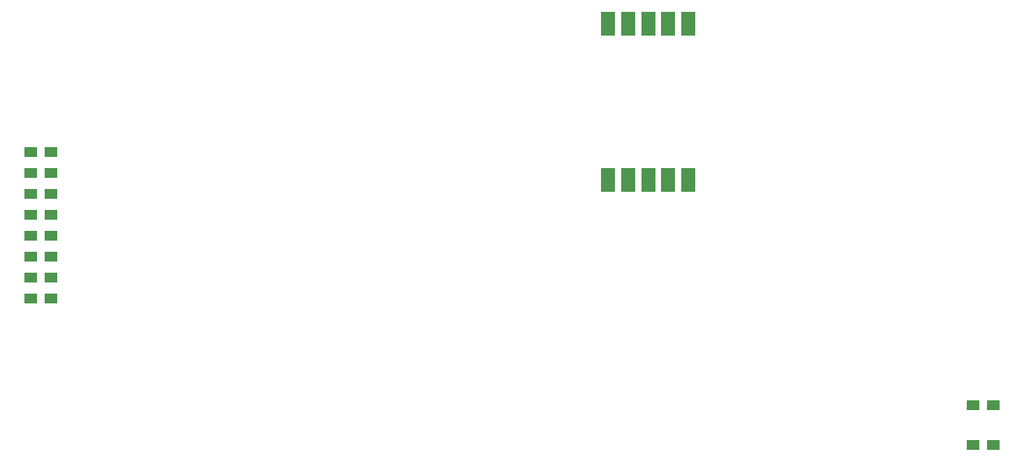
<source format=gtp>
G04 #@! TF.GenerationSoftware,KiCad,Pcbnew,5.0.0-rc2*
G04 #@! TF.CreationDate,2019-03-17T20:22:20-04:00*
G04 #@! TF.ProjectId,pcb,7063622E6B696361645F706362000000,rev?*
G04 #@! TF.SameCoordinates,Original*
G04 #@! TF.FileFunction,Paste,Top*
G04 #@! TF.FilePolarity,Positive*
%FSLAX46Y46*%
G04 Gerber Fmt 4.6, Leading zero omitted, Abs format (unit mm)*
G04 Created by KiCad (PCBNEW 5.0.0-rc2) date Sun Mar 17 20:22:20 2019*
%MOMM*%
%LPD*%
G01*
G04 APERTURE LIST*
%ADD10R,1.800000X3.000000*%
%ADD11R,1.500000X1.250000*%
G04 APERTURE END LIST*
D10*
G04 #@! TO.C,P1*
X275590000Y-113640000D03*
X273140000Y-113640000D03*
X270690000Y-113640000D03*
X278040000Y-113640000D03*
X280490000Y-113640000D03*
X280490000Y-94640000D03*
X278040000Y-94640000D03*
X275590000Y-94640000D03*
X273140000Y-94640000D03*
X270690000Y-94640000D03*
G04 #@! TD*
D11*
G04 #@! TO.C,R2*
X200680000Y-128016000D03*
X203180000Y-128016000D03*
G04 #@! TD*
G04 #@! TO.C,R3*
X200680000Y-125476000D03*
X203180000Y-125476000D03*
G04 #@! TD*
G04 #@! TO.C,R4*
X200680000Y-122936000D03*
X203180000Y-122936000D03*
G04 #@! TD*
G04 #@! TO.C,R5*
X203180000Y-120396000D03*
X200680000Y-120396000D03*
G04 #@! TD*
G04 #@! TO.C,R6*
X200680000Y-117856000D03*
X203180000Y-117856000D03*
G04 #@! TD*
G04 #@! TO.C,R7*
X203180000Y-115316000D03*
X200680000Y-115316000D03*
G04 #@! TD*
G04 #@! TO.C,R8*
X203180000Y-112776000D03*
X200680000Y-112776000D03*
G04 #@! TD*
G04 #@! TO.C,eR9*
X203180000Y-110236000D03*
X200680000Y-110236000D03*
G04 #@! TD*
G04 #@! TO.C,R10*
X314980000Y-140970000D03*
X317480000Y-140970000D03*
G04 #@! TD*
G04 #@! TO.C,R11*
X317462368Y-145808820D03*
X314962368Y-145808820D03*
G04 #@! TD*
M02*

</source>
